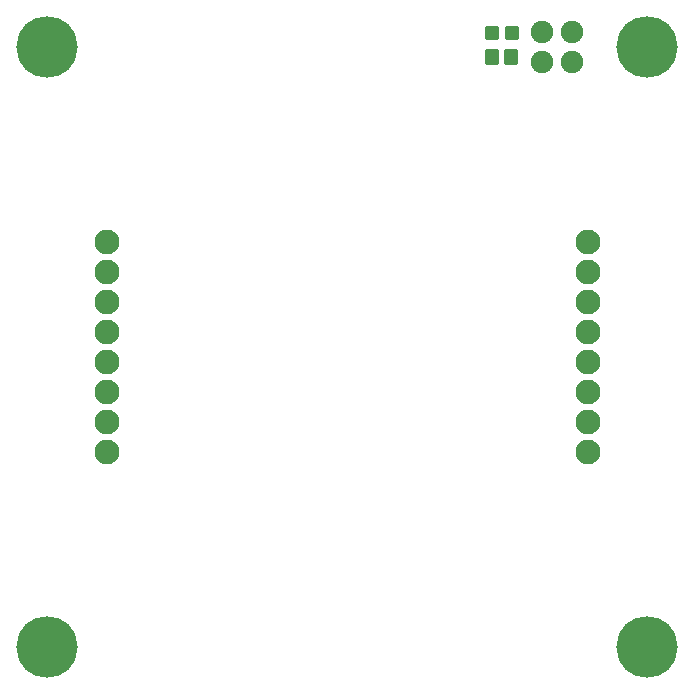
<source format=gts>
G04 Layer: TopSolderMaskLayer*
G04 EasyEDA v6.5.34, 2023-08-21 18:11:39*
G04 fdc95c5ed4774c3386f44bc390bfbdb9,5a6b42c53f6a479593ecc07194224c93,10*
G04 Gerber Generator version 0.2*
G04 Scale: 100 percent, Rotated: No, Reflected: No *
G04 Dimensions in millimeters *
G04 leading zeros omitted , absolute positions ,4 integer and 5 decimal *
%FSLAX45Y45*%
%MOMM*%

%AMMACRO1*1,1,$1,$2,$3*1,1,$1,$4,$5*1,1,$1,0-$2,0-$3*1,1,$1,0-$4,0-$5*20,1,$1,$2,$3,$4,$5,0*20,1,$1,$4,$5,0-$2,0-$3,0*20,1,$1,0-$2,0-$3,0-$4,0-$5,0*20,1,$1,0-$4,0-$5,$2,$3,0*4,1,4,$2,$3,$4,$5,0-$2,0-$3,0-$4,0-$5,$2,$3,0*%
%ADD10MACRO1,0.2032X0.5X-0.55X-0.5X-0.55*%
%ADD11MACRO1,0.2032X-0.45X-0.5X-0.45X0.5*%
%ADD12C,5.2032*%
%ADD13C,2.1016*%
%ADD14C,1.9016*%

%LPD*%
D10*
G01*
X4149092Y5372100D03*
G01*
X4309097Y5372100D03*
D11*
G01*
X4144091Y5575292D03*
G01*
X4314090Y5575292D03*
D12*
G01*
X381000Y5461000D03*
G01*
X5461000Y5461000D03*
G01*
X5461000Y381000D03*
G01*
X381000Y381000D03*
D13*
G01*
X4956581Y2029205D03*
G01*
X4956581Y2283205D03*
G01*
X4956581Y2537205D03*
G01*
X4956581Y2791205D03*
G01*
X4956581Y3045205D03*
G01*
X4956581Y3299205D03*
G01*
X4956581Y3553205D03*
G01*
X4956581Y3807205D03*
G01*
X885418Y2027097D03*
G01*
X885418Y2281097D03*
G01*
X885418Y2535097D03*
G01*
X885418Y2789097D03*
G01*
X885418Y3043097D03*
G01*
X885418Y3297097D03*
G01*
X885418Y3551097D03*
G01*
X885418Y3805097D03*
D14*
G01*
X4826000Y5588000D03*
G01*
X4826000Y5334000D03*
G01*
X4572000Y5334000D03*
G01*
X4572000Y5588000D03*
M02*

</source>
